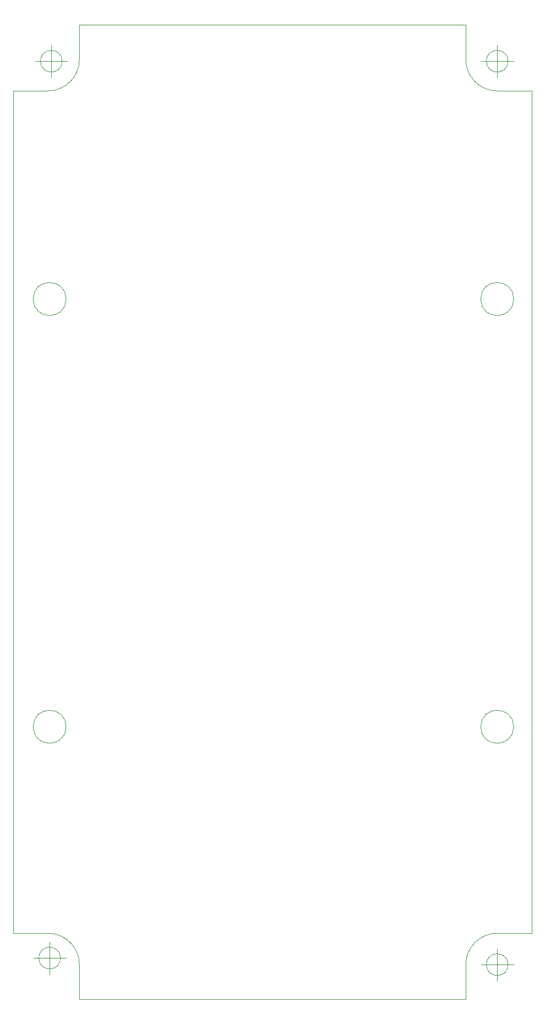
<source format=gbr>
%TF.GenerationSoftware,KiCad,Pcbnew,6.0.2+dfsg-1*%
%TF.CreationDate,2022-11-10T09:56:40+01:00*%
%TF.ProjectId,DL,444c2e6b-6963-4616-945f-706362585858,rev?*%
%TF.SameCoordinates,Original*%
%TF.FileFunction,Profile,NP*%
%FSLAX46Y46*%
G04 Gerber Fmt 4.6, Leading zero omitted, Abs format (unit mm)*
G04 Created by KiCad (PCBNEW 6.0.2+dfsg-1) date 2022-11-10 09:56:40*
%MOMM*%
%LPD*%
G01*
G04 APERTURE LIST*
%TA.AperFunction,Profile*%
%ADD10C,0.100000*%
%TD*%
G04 APERTURE END LIST*
D10*
X89916000Y-155194000D02*
X95250000Y-155194000D01*
X20828000Y-25654000D02*
G75*
G03*
X25654000Y-20828000I-1J4826001D01*
G01*
X25654000Y-20828000D02*
X25654000Y-15494000D01*
X25654000Y-15494000D02*
X85090000Y-15494000D01*
X25654000Y-165354000D02*
X85090000Y-165354000D01*
X89916000Y-155194000D02*
G75*
G03*
X85090000Y-160020000I1J-4826001D01*
G01*
X23622000Y-123444000D02*
G75*
G03*
X23622000Y-123444000I-2540000J0D01*
G01*
X92456000Y-57658000D02*
G75*
G03*
X92456000Y-57658000I-2540000J0D01*
G01*
X20828000Y-25654000D02*
X15494000Y-25654000D01*
X25654000Y-160020000D02*
X25654000Y-165354000D01*
X85090000Y-20828000D02*
X85090000Y-15494000D01*
X92456000Y-123444000D02*
G75*
G03*
X92456000Y-123444000I-2540000J0D01*
G01*
X85090000Y-20828000D02*
G75*
G03*
X89916000Y-25654000I4826001J1D01*
G01*
X95250000Y-155194000D02*
X95250000Y-25654000D01*
X23622000Y-57658000D02*
G75*
G03*
X23622000Y-57658000I-2540000J0D01*
G01*
X85090000Y-160020000D02*
X85090000Y-165354000D01*
X15494000Y-25654000D02*
X15494000Y-155194000D01*
X89916000Y-25654000D02*
X95250000Y-25654000D01*
X20828000Y-155194000D02*
X15494000Y-155194000D01*
X25654000Y-160020000D02*
G75*
G03*
X20828000Y-155194000I-4826001J-1D01*
G01*
X91582666Y-160020000D02*
G75*
G03*
X91582666Y-160020000I-1666666J0D01*
G01*
X87416000Y-160020000D02*
X92416000Y-160020000D01*
X89916000Y-157520000D02*
X89916000Y-162520000D01*
X23002666Y-21082000D02*
G75*
G03*
X23002666Y-21082000I-1666666J0D01*
G01*
X18836000Y-21082000D02*
X23836000Y-21082000D01*
X21336000Y-18582000D02*
X21336000Y-23582000D01*
X91582666Y-21082000D02*
G75*
G03*
X91582666Y-21082000I-1666666J0D01*
G01*
X87416000Y-21082000D02*
X92416000Y-21082000D01*
X89916000Y-18582000D02*
X89916000Y-23582000D01*
X22748666Y-159004000D02*
G75*
G03*
X22748666Y-159004000I-1666666J0D01*
G01*
X18582000Y-159004000D02*
X23582000Y-159004000D01*
X21082000Y-156504000D02*
X21082000Y-161504000D01*
M02*

</source>
